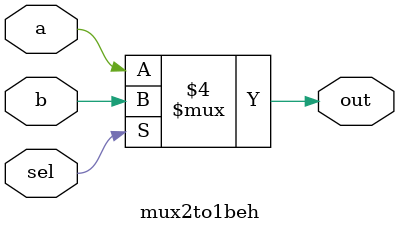
<source format=v>
module mux2to1beh (input wire sel, input wire a, input wire b, output reg out);
// inputs declaration
    initial begin
    $dumpfile("mux2to1beh.vcd");
    $dumpvars(0, mux2to1beh_tb);
    end
    always @(sel, a, b)  //structural logic for 2to1mux
        if(sel)
            out = b;
        else
            out = a;
endmodule
</source>
